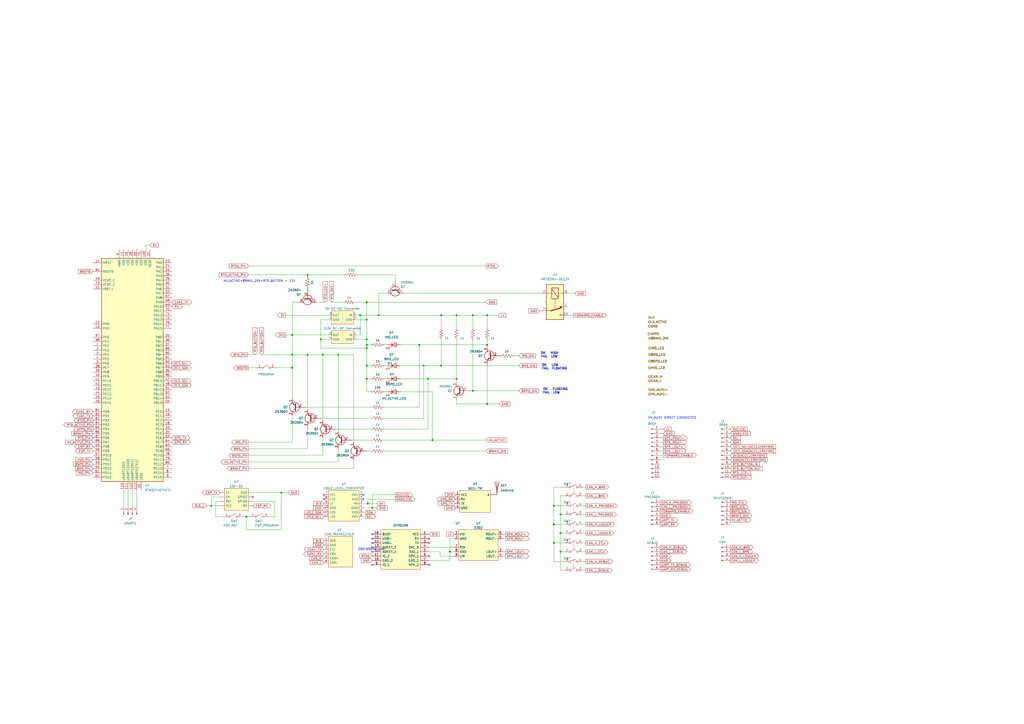
<source format=kicad_sch>
(kicad_sch (version 20211123) (generator eeschema)
  (paper "A2")
  (lib_symbols
    (symbol "A-FA_PARTS:CAN_TRANSCEIVER"
      (property "Reference" "U3" (at 0 1.27 0))
      (property "Value" "CAN_TRANSCEIVER" (at 0 -1.27 0))
      (symbol "CAN_TRANSCEIVER_1_1"
        (pin input line (at -8.89 -5.08 0) (length 2.54) (name "3V3") (number "1"))
        (pin input line (at -8.89 -7.62 0) (length 2.54) (name "GND") (number "2"))
        (pin input line (at -8.89 -10.16 0) (length 2.54) (name "CTX") (number "3"))
        (pin input line (at -8.89 -12.7 0) (length 2.54) (name "CRX") (number "4"))
        (pin input line (at -8.89 -15.24 0) (length 2.54) (name "CANH") (number "5"))
        (pin input line (at -8.89 -17.78 0) (length 2.54) (name "CANL") (number "6"))
      )
    )
    (symbol "A-FA_PARTS:D302"
      (property "Reference" "U9" (at 0 2.54 0))
      (property "Value" "D302" (at 0 0 0))
      (symbol "D302_1_1"
        (pin input line (at 13.97 -3.81 180) (length 2.54) (name "VIN") (number "1"))
        (pin input line (at 13.97 -6.35 180) (length 2.54) (name "GND") (number "2"))
        (pin input line (at -13.97 -13.97 0) (length 2.54) (name "LOUT+") (number "3"))
        (pin input line (at -13.97 -16.51 0) (length 2.54) (name "LOUT-") (number "4"))
        (pin input line (at -13.97 -6.35 0) (length 2.54) (name "ROUT-") (number "5"))
        (pin input line (at -13.97 -3.81 0) (length 2.54) (name "ROUT+") (number "6"))
        (pin input line (at 13.97 -11.43 180) (length 2.54) (name "RIN") (number "7"))
        (pin input line (at 13.97 -13.97 180) (length 2.54) (name "GND") (number "8"))
        (pin input line (at 13.97 -16.51 180) (length 2.54) (name "LIN") (number "9"))
      )
    )
    (symbol "A-FA_PARTS:DC-DC_Converter"
      (property "Reference" "U" (at 0 0 0))
      (property "Value" "DC-DC_Converter" (at 0 0 0))
      (symbol "DC-DC_Converter_1_1"
        (pin passive line (at 7.62 -5.08 180) (length 1.27) (name "IN") (number "1"))
        (pin passive line (at 7.62 -7.62 180) (length 1.27) (name "GND") (number "2"))
        (pin passive line (at -7.62 -5.08 0) (length 1.27) (name "OUT") (number "3"))
        (pin passive line (at -7.62 -7.62 0) (length 1.27) (name "GND") (number "4"))
      )
    )
    (symbol "A-FA_PARTS:ESP-01"
      (property "Reference" "U" (at 0 0 0))
      (property "Value" "ESP-01" (at 0 0 0))
      (symbol "ESP-01_1_1"
        (pin input line (at -11.43 -6.35 0) (length 2.54) (name "EN") (number ""))
        (pin input line (at 7.62 -3.81 180) (length 2.54) (name "GND") (number ""))
        (pin input line (at 7.62 -8.89 180) (length 2.54) (name "GPIO0") (number ""))
        (pin input line (at 7.62 -6.35 180) (length 2.54) (name "GPIO2") (number ""))
        (pin input line (at -11.43 -8.89 0) (length 2.54) (name "RST") (number ""))
        (pin input line (at 7.62 -11.43 180) (length 2.54) (name "RX") (number ""))
        (pin input line (at -11.43 -3.81 0) (length 2.54) (name "TX") (number ""))
        (pin input line (at -11.43 -11.43 0) (length 2.54) (name "VCC") (number ""))
      )
    )
    (symbol "A-FA_PARTS:LOGIC_LEVEL_CONVERTER"
      (property "Reference" "U6" (at 0 2.54 0))
      (property "Value" "LOGIC_LEVEL_CONVERTER" (at 0 0 0))
      (symbol "LOGIC_LEVEL_CONVERTER_1_1"
        (pin input line (at -11.43 -3.81 0) (length 2.54) (name "HV1") (number "1"))
        (pin input line (at 11.43 -11.43 180) (length 2.54) (name "GND") (number "10"))
        (pin input line (at 11.43 -13.97 180) (length 2.54) (name "LV3") (number "11"))
        (pin input line (at 11.43 -16.51 180) (length 2.54) (name "LV4") (number "12"))
        (pin input line (at -11.43 -6.35 0) (length 2.54) (name "HV2") (number "2"))
        (pin input line (at -11.43 -8.89 0) (length 2.54) (name "HV") (number "3"))
        (pin input line (at -11.43 -11.43 0) (length 2.54) (name "GND") (number "4"))
        (pin input line (at -11.43 -13.97 0) (length 2.54) (name "HV3") (number "5"))
        (pin input line (at -11.43 -16.51 0) (length 2.54) (name "HV4") (number "6"))
        (pin input line (at 11.43 -3.81 180) (length 2.54) (name "LV1") (number "7"))
        (pin input line (at 11.43 -6.35 180) (length 2.54) (name "LV2") (number "8"))
        (pin input line (at 11.43 -8.89 180) (length 2.54) (name "LV") (number "9"))
      )
    )
    (symbol "A-FA_PARTS:NEO-7M"
      (property "Reference" "U8" (at 0 2.6457 0))
      (property "Value" "NEO-7M" (at 0 -0.1294 0))
      (symbol "NEO-7M_1_1"
        (pin input line (at 11.43 -3.81 180) (length 2.54) (name "A") (number ""))
        (pin input line (at -11.43 -3.81 0) (length 2.54) (name "VCC") (number "1"))
        (pin input line (at -11.43 -6.35 0) (length 2.54) (name "RX") (number "2"))
        (pin input line (at -11.43 -8.89 0) (length 2.54) (name "TX") (number "3"))
        (pin input line (at -11.43 -11.43 0) (length 2.54) (name "GND") (number "4"))
      )
    )
    (symbol "Connector:Conn_01x04_Male" (pin_names (offset 1.016) hide)
      (property "Reference" "J" (at 0 5.08 0))
      (property "Value" "Conn_01x04_Male" (at 0 -7.62 0))
      (symbol "Conn_01x04_Male_1_1"
        (pin passive line (at 5.08 2.54 180) (length 3.81) (name "Pin_1") (number "1"))
        (pin passive line (at 5.08 0 180) (length 3.81) (name "Pin_2") (number "2"))
        (pin passive line (at 5.08 -2.54 180) (length 3.81) (name "Pin_3") (number "3"))
        (pin passive line (at 5.08 -5.08 180) (length 3.81) (name "Pin_4") (number "4"))
      )
    )
    (symbol "Connector:Conn_01x06_Male" (pin_names (offset 1.016) hide)
      (property "Reference" "J" (at 0 7.62 0))
      (property "Value" "Conn_01x06_Male" (at 0 -10.16 0))
      (symbol "Conn_01x06_Male_1_1"
        (pin passive line (at 5.08 5.08 180) (length 3.81) (name "Pin_1") (number "1"))
        (pin passive line (at 5.08 2.54 180) (length 3.81) (name "Pin_2") (number "2"))
        (pin passive line (at 5.08 0 180) (length 3.81) (name "Pin_3") (number "3"))
        (pin passive line (at 5.08 -2.54 180) (length 3.81) (name "Pin_4") (number "4"))
        (pin passive line (at 5.08 -5.08 180) (length 3.81) (name "Pin_5") (number "5"))
        (pin passive line (at 5.08 -7.62 180) (length 3.81) (name "Pin_6") (number "6"))
      )
    )
    (symbol "Connector:Conn_01x12_Male" (pin_names (offset 1.016) hide)
      (property "Reference" "J" (at 0 15.24 0))
      (property "Value" "Conn_01x12_Male" (at 0 -17.78 0))
      (symbol "Conn_01x12_Male_1_1"
        (pin passive line (at 5.08 12.7 180) (length 3.81) (name "Pin_1") (number "1"))
        (pin passive line (at 5.08 -10.16 180) (length 3.81) (name "Pin_10") (number "10"))
        (pin passive line (at 5.08 -12.7 180) (length 3.81) (name "Pin_11") (number "11"))
        (pin passive line (at 5.08 -15.24 180) (length 3.81) (name "Pin_12") (number "12"))
        (pin passive line (at 5.08 10.16 180) (length 3.81) (name "Pin_2") (number "2"))
        (pin passive line (at 5.08 7.62 180) (length 3.81) (name "Pin_3") (number "3"))
        (pin passive line (at 5.08 5.08 180) (length 3.81) (name "Pin_4") (number "4"))
        (pin passive line (at 5.08 2.54 180) (length 3.81) (name "Pin_5") (number "5"))
        (pin passive line (at 5.08 0 180) (length 3.81) (name "Pin_6") (number "6"))
        (pin passive line (at 5.08 -2.54 180) (length 3.81) (name "Pin_7") (number "7"))
        (pin passive line (at 5.08 -5.08 180) (length 3.81) (name "Pin_8") (number "8"))
        (pin passive line (at 5.08 -7.62 180) (length 3.81) (name "Pin_9") (number "9"))
      )
    )
    (symbol "DFR0299:DFR0299" (pin_names (offset 0.762))
      (property "Reference" "U7" (at -16.51 6.35 0))
      (property "Value" "DFR0299" (at -20.32 -25.4 0))
      (symbol "DFR0299_0_0"
        (pin power_in line (at 0 0 0) (length 5.08) (name "VCC") (number "1"))
        (pin power_in line (at 33.02 -15.24 180) (length 5.08) (name "GND_2") (number "10"))
        (pin input line (at 33.02 -12.7 180) (length 5.08) (name "IO_2") (number "11"))
        (pin input line (at 33.02 -10.16 180) (length 5.08) (name "ADKEY_1") (number "12"))
        (pin input line (at 33.02 -7.62 180) (length 5.08) (name "ADKEY_2") (number "13"))
        (pin bidirectional line (at 33.02 -5.08 180) (length 5.08) (name "USB+") (number "14"))
        (pin bidirectional line (at 33.02 -2.54 180) (length 5.08) (name "USB-") (number "15"))
        (pin output line (at 33.02 0 180) (length 5.08) (name "BUSY") (number "16"))
        (pin input line (at 0 -2.54 0) (length 5.08) (name "RX") (number "2"))
        (pin output line (at 0 -5.08 0) (length 5.08) (name "TX") (number "3"))
        (pin output line (at 0 -7.62 0) (length 5.08) (name "DAC_R") (number "4"))
        (pin output line (at 0 -10.16 0) (length 5.08) (name "DAC_L") (number "5"))
        (pin output line (at 0 -12.7 0) (length 5.08) (name "SPK_1") (number "6"))
        (pin power_in line (at 0 -15.24 0) (length 5.08) (name "GND_1") (number "7"))
        (pin output line (at 0 -17.78 0) (length 5.08) (name "SPK_2") (number "8"))
        (pin input line (at 33.02 -17.78 180) (length 5.08) (name "IO_1") (number "9"))
      )
    )
    (symbol "Device:Antenna" (pin_numbers hide) (pin_names (offset 1.016) hide)
      (property "Reference" "AE" (at -1.905 1.905 0))
      (property "Value" "Antenna" (at -1.905 0 0))
      (symbol "Antenna_1_1"
        (pin input line (at 0 -5.08 90) (length 2.54) (name "A") (number "1"))
      )
    )
    (symbol "Device:LED" (pin_numbers hide) (pin_names (offset 1.016) hide)
      (property "Reference" "D" (at 0 2.54 0))
      (property "Value" "LED" (at 0 -2.54 0))
      (symbol "LED_1_1"
        (pin passive line (at -3.81 0 0) (length 2.54) (name "K") (number "1"))
        (pin passive line (at 3.81 0 180) (length 2.54) (name "A") (number "2"))
      )
    )
    (symbol "Device:R_US" (pin_numbers hide) (pin_names (offset 0))
      (property "Reference" "R" (at 2.54 0 90))
      (property "Value" "R_US" (at -2.54 0 90))
      (symbol "R_US_1_1"
        (pin passive line (at 0 3.81 270) (length 1.27) (name "~") (number "1"))
        (pin passive line (at 0 -3.81 90) (length 1.27) (name "~") (number "2"))
      )
    )
    (symbol "MCU_ST_STM32F4:STM32F407VETx"
      (property "Reference" "U1" (at 7.0994 -68.1895 0))
      (property "Value" "STM32F407VETx" (at 7.0994 -70.9646 0))
      (symbol "STM32F407VETx_1_1"
        (pin bidirectional line (at -22.86 12.7 0) (length 5.08) (name "PE2") (number "1"))
        (pin power_in line (at 7.62 68.58 270) (length 5.08) (name "VDD") (number "100"))
        (pin power_in line (at -5.08 68.58 270) (length 5.08) (name "VDD") (number "11"))
        (pin power_in line (at -5.08 -71.12 90) (length 5.08) (name "USART1(5V)") (number "110"))
        (pin power_in line (at -2.54 -71.12 90) (length 5.08) (name "USART1(GND)") (number "111"))
        (pin power_in line (at 0 -71.12 90) (length 5.08) (name "USART1(RX1)") (number "112"))
        (pin power_in line (at 2.54 -71.12 90) (length 5.08) (name "USART1(TX1)") (number "113"))
        (pin input line (at -22.86 25.4 0) (length 5.08) (name "PH0") (number "12"))
        (pin input line (at -22.86 22.86 0) (length 5.08) (name "PH1") (number "13"))
        (pin input line (at -22.86 60.96 0) (length 5.08) (name "NRST") (number "14"))
        (pin bidirectional line (at 22.86 -25.4 180) (length 5.08) (name "PC0") (number "15"))
        (pin bidirectional line (at 22.86 -27.94 180) (length 5.08) (name "PC1") (number "16"))
        (pin bidirectional line (at 22.86 -30.48 180) (length 5.08) (name "PC2") (number "17"))
        (pin bidirectional line (at 22.86 -33.02 180) (length 5.08) (name "PC3") (number "18"))
        (pin power_in line (at -2.54 68.58 270) (length 5.08) (name "VDD") (number "19"))
        (pin bidirectional line (at -22.86 10.16 0) (length 5.08) (name "PE3") (number "2"))
        (pin power_in line (at 5.08 -71.12 90) (length 5.08) (name "VSSA") (number "20"))
        (pin power_in line (at -22.86 45.72 0) (length 5.08) (name "VREF+") (number "21"))
        (pin power_in line (at 10.16 68.58 270) (length 5.08) (name "VDDA") (number "22"))
        (pin bidirectional line (at 22.86 60.96 180) (length 5.08) (name "PA0") (number "23"))
        (pin bidirectional line (at 22.86 58.42 180) (length 5.08) (name "PA1") (number "24"))
        (pin bidirectional line (at 22.86 55.88 180) (length 5.08) (name "PA2") (number "25"))
        (pin bidirectional line (at 22.86 53.34 180) (length 5.08) (name "PA3") (number "26"))
        (pin power_in line (at 0 68.58 270) (length 5.08) (name "VDD") (number "28"))
        (pin bidirectional line (at 22.86 50.8 180) (length 5.08) (name "PA4") (number "29"))
        (pin bidirectional line (at -22.86 7.62 0) (length 5.08) (name "PE4") (number "3"))
        (pin bidirectional line (at 22.86 48.26 180) (length 5.08) (name "PA5") (number "30"))
        (pin bidirectional line (at 22.86 45.72 180) (length 5.08) (name "PA6") (number "31"))
        (pin bidirectional line (at 22.86 43.18 180) (length 5.08) (name "PA7") (number "32"))
        (pin bidirectional line (at 22.86 -35.56 180) (length 5.08) (name "PC4") (number "33"))
        (pin bidirectional line (at 22.86 -38.1 180) (length 5.08) (name "PC5") (number "34"))
        (pin bidirectional line (at 22.86 17.78 180) (length 5.08) (name "PB0") (number "35"))
        (pin bidirectional line (at 22.86 15.24 180) (length 5.08) (name "PB1") (number "36"))
        (pin bidirectional line (at 22.86 12.7 180) (length 5.08) (name "PB2") (number "37"))
        (pin bidirectional line (at -22.86 0 0) (length 5.08) (name "PE7") (number "38"))
        (pin bidirectional line (at -22.86 -2.54 0) (length 5.08) (name "PE8") (number "39"))
        (pin bidirectional line (at -22.86 5.08 0) (length 5.08) (name "PE5") (number "4"))
        (pin bidirectional line (at -22.86 -5.08 0) (length 5.08) (name "PE9") (number "40"))
        (pin bidirectional line (at -22.86 -7.62 0) (length 5.08) (name "PE10") (number "41"))
        (pin bidirectional line (at -22.86 -10.16 0) (length 5.08) (name "PE11") (number "42"))
        (pin bidirectional line (at -22.86 -12.7 0) (length 5.08) (name "PE12") (number "43"))
        (pin bidirectional line (at -22.86 -15.24 0) (length 5.08) (name "PE13") (number "44"))
        (pin bidirectional line (at -22.86 -17.78 0) (length 5.08) (name "PE14") (number "45"))
        (pin bidirectional line (at -22.86 -20.32 0) (length 5.08) (name "PE15") (number "46"))
        (pin bidirectional line (at 22.86 -7.62 180) (length 5.08) (name "PB10") (number "47"))
        (pin bidirectional line (at 22.86 -10.16 180) (length 5.08) (name "PB11") (number "48"))
        (pin power_in line (at -22.86 50.8 0) (length 5.08) (name "VCAP_1") (number "49"))
        (pin bidirectional line (at -22.86 2.54 0) (length 5.08) (name "PE6") (number "5"))
        (pin power_in line (at 2.54 68.58 270) (length 5.08) (name "VDD") (number "50"))
        (pin bidirectional line (at 22.86 -12.7 180) (length 5.08) (name "PB12") (number "51"))
        (pin bidirectional line (at 22.86 -15.24 180) (length 5.08) (name "PB13") (number "52"))
        (pin bidirectional line (at 22.86 -17.78 180) (length 5.08) (name "PB14") (number "53"))
        (pin bidirectional line (at 22.86 -20.32 180) (length 5.08) (name "PB15") (number "54"))
        (pin bidirectional line (at -22.86 -45.72 0) (length 5.08) (name "PD8") (number "55"))
        (pin bidirectional line (at -22.86 -48.26 0) (length 5.08) (name "PD9") (number "56"))
        (pin bidirectional line (at -22.86 -50.8 0) (length 5.08) (name "PD10") (number "57"))
        (pin bidirectional line (at -22.86 -53.34 0) (length 5.08) (name "PD11") (number "58"))
        (pin bidirectional line (at -22.86 -55.88 0) (length 5.08) (name "PD12") (number "59"))
        (pin power_in line (at -7.62 68.58 270) (length 5.08) (name "VBAT") (number "6"))
        (pin bidirectional line (at -22.86 -58.42 0) (length 5.08) (name "PD13") (number "60"))
        (pin bidirectional line (at -22.86 -60.96 0) (length 5.08) (name "PD14") (number "61"))
        (pin bidirectional line (at -22.86 -63.5 0) (length 5.08) (name "PD15") (number "62"))
        (pin bidirectional line (at 22.86 -40.64 180) (length 5.08) (name "PC6") (number "63"))
        (pin bidirectional line (at 22.86 -43.18 180) (length 5.08) (name "PC7") (number "64"))
        (pin bidirectional line (at 22.86 -45.72 180) (length 5.08) (name "PC8") (number "65"))
        (pin bidirectional line (at 22.86 -48.26 180) (length 5.08) (name "PC9") (number "66"))
        (pin bidirectional line (at 22.86 40.64 180) (length 5.08) (name "PA8") (number "67"))
        (pin bidirectional line (at 22.86 38.1 180) (length 5.08) (name "PA9") (number "68"))
        (pin bidirectional line (at 22.86 35.56 180) (length 5.08) (name "PA10") (number "69"))
        (pin bidirectional line (at 22.86 -58.42 180) (length 5.08) (name "PC13") (number "7"))
        (pin bidirectional line (at 22.86 33.02 180) (length 5.08) (name "PA11") (number "70"))
        (pin bidirectional line (at 22.86 30.48 180) (length 5.08) (name "PA12") (number "71"))
        (pin bidirectional line (at 22.86 27.94 180) (length 5.08) (name "PA13") (number "72"))
        (pin power_in line (at -22.86 48.26 0) (length 5.08) (name "VCAP_2") (number "73"))
        (pin power_in line (at 5.08 68.58 270) (length 5.08) (name "VDD") (number "75"))
        (pin bidirectional line (at 22.86 25.4 180) (length 5.08) (name "PA14") (number "76"))
        (pin bidirectional line (at 22.86 22.86 180) (length 5.08) (name "PA15") (number "77"))
        (pin bidirectional line (at 22.86 -50.8 180) (length 5.08) (name "PC10") (number "78"))
        (pin bidirectional line (at 22.86 -53.34 180) (length 5.08) (name "PC11") (number "79"))
        (pin bidirectional line (at 22.86 -60.96 180) (length 5.08) (name "PC14") (number "8"))
        (pin bidirectional line (at 22.86 -55.88 180) (length 5.08) (name "PC12") (number "80"))
        (pin bidirectional line (at -22.86 -25.4 0) (length 5.08) (name "PD0") (number "81"))
        (pin bidirectional line (at -22.86 -27.94 0) (length 5.08) (name "PD1") (number "82"))
        (pin bidirectional line (at -22.86 -30.48 0) (length 5.08) (name "PD2") (number "83"))
        (pin bidirectional line (at -22.86 -33.02 0) (length 5.08) (name "PD3") (number "84"))
        (pin bidirectional line (at -22.86 -35.56 0) (length 5.08) (name "PD4") (number "85"))
        (pin bidirectional line (at -22.86 -38.1 0) (length 5.08) (name "PD5") (number "86"))
        (pin bidirectional line (at -22.86 -40.64 0) (length 5.08) (name "PD6") (number "87"))
        (pin bidirectional line (at -22.86 -43.18 0) (length 5.08) (name "PD7") (number "88"))
        (pin bidirectional line (at 22.86 10.16 180) (length 5.08) (name "PB3") (number "89"))
        (pin bidirectional line (at 22.86 -63.5 180) (length 5.08) (name "PC15") (number "9"))
        (pin bidirectional line (at 22.86 7.62 180) (length 5.08) (name "PB4") (number "90"))
        (pin bidirectional line (at 22.86 5.08 180) (length 5.08) (name "PB5") (number "91"))
        (pin bidirectional line (at 22.86 2.54 180) (length 5.08) (name "PB6") (number "92"))
        (pin bidirectional line (at 22.86 0 180) (length 5.08) (name "PB7") (number "93"))
        (pin input line (at -22.86 55.88 0) (length 5.08) (name "BOOT0") (number "94"))
        (pin bidirectional line (at 22.86 -2.54 180) (length 5.08) (name "PB8") (number "95"))
        (pin bidirectional line (at 22.86 -5.08 180) (length 5.08) (name "PB9") (number "96"))
        (pin bidirectional line (at -22.86 17.78 0) (length 5.08) (name "PE0") (number "97"))
        (pin bidirectional line (at -22.86 15.24 0) (length 5.08) (name "PE1") (number "98"))
      )
    )
    (symbol "Relay:DIPxx-1Cxx-51x"
      (property "Reference" "K" (at 11.43 3.81 0))
      (property "Value" "DIPxx-1Cxx-51x" (at 11.43 1.27 0))
      (symbol "DIPxx-1Cxx-51x_1_1"
        (pin passive line (at 2.54 7.62 270) (length 2.54) (name "~") (number "1"))
        (pin passive line (at 7.62 7.62 270) (length 2.54) (name "~") (number "14"))
        (pin passive line (at -5.08 -7.62 90) (length 2.54) (name "~") (number "2"))
        (pin passive line (at -5.08 7.62 270) (length 2.54) (name "~") (number "6"))
        (pin passive line (at 5.08 -7.62 90) (length 2.54) (name "~") (number "7"))
        (pin passive line (at 5.08 -7.62 90) (length 2.54) hide (name "~") (number "8"))
      )
    )
    (symbol "Switch:SW_DPST" (pin_names (offset 0) hide)
      (property "Reference" "SW" (at 0 5.08 0))
      (property "Value" "SW_DPST" (at 0 -5.08 0))
      (symbol "SW_DPST_1_1"
        (pin passive line (at -5.08 -2.54 0) (length 2.54) (name "1") (number "1"))
        (pin passive line (at 5.08 -2.54 180) (length 2.54) (name "2") (number "2"))
        (pin passive line (at -5.08 2.54 0) (length 2.54) (name "3") (number "3"))
        (pin passive line (at 5.08 2.54 180) (length 2.54) (name "4") (number "4"))
      )
    )
    (symbol "Switch:SW_SPST" (pin_names (offset 0) hide)
      (property "Reference" "SW" (at 0 3.175 0))
      (property "Value" "SW_SPST" (at 0 -2.54 0))
      (symbol "SW_SPST_1_1"
        (pin passive line (at -5.08 0 0) (length 2.54) (name "A") (number "1"))
        (pin passive line (at 5.08 0 180) (length 2.54) (name "B") (number "2"))
      )
    )
    (symbol "Transistor_BJT:2N3904" (pin_names (offset 0) hide)
      (property "Reference" "Q" (at 5.08 1.905 0))
      (property "Value" "2N3904" (at 5.08 0 0))
      (symbol "2N3904_1_1"
        (pin passive line (at 2.54 -5.08 90) (length 2.54) (name "E") (number "1"))
        (pin passive line (at -5.08 0 0) (length 5.715) (name "B") (number "2"))
        (pin passive line (at 2.54 5.08 270) (length 2.54) (name "C") (number "3"))
      )
    )
  )
  (junction (at 163.195 285.75))
  (junction (at 243.205 200.025))
  (junction (at 219.71 182.88))
  (junction (at 186.055 196.85))
  (junction (at 264.795 219.71))
  (junction (at 212.725 201.93))
  (junction (at 264.795 182.88))
  (junction (at 178.435 159.385))
  (junction (at 208.915 182.88))
  (junction (at 321.31 314.96))
  (junction (at 142.875 299.72))
  (junction (at 282.575 200.025))
  (junction (at 325.12 309.245))
  (junction (at 215.9 294.64))
  (junction (at 187.325 205.74))
  (junction (at 212.725 185.42))
  (junction (at 255.905 182.88))
  (junction (at 248.285 219.71))
  (junction (at 274.32 226.695))
  (junction (at 169.545 205.74))
  (junction (at 325.12 298.45))
  (junction (at 325.12 320.04))
  (junction (at 212.725 175.26))
  (junction (at 250.825 255.27))
  (junction (at 212.725 212.09))
  (junction (at 321.31 293.37))
  (junction (at 321.31 304.165))
  (junction (at 274.32 182.88))
  (junction (at 245.745 212.09))
  (junction (at 196.215 205.74))
  (junction (at 255.905 212.09))
  (junction (at 213.36 292.1))
  (junction (at 212.725 219.71))
  (junction (at 212.725 200.025))
  (junction (at 212.725 196.85))
  (junction (at 282.575 234.315))
  (junction (at 178.435 205.74))
  (junction (at 260.985 320.04))
  (junction (at 122.555 293.37))
  (junction (at 169.545 194.31))
  (junction (at 282.575 182.88))
  (junction (at 169.545 213.36))
  (no_connect (at 210.82 287.02))
  (no_connect (at 215.9 314.96))
  (no_connect (at 248.92 314.96))
  (no_connect (at 248.92 327.66))
  (no_connect (at 215.9 320.04))
  (no_connect (at 146.685 288.29))
  (no_connect (at 248.92 322.58))
  (no_connect (at 187.96 289.56))
  (no_connect (at 215.9 312.42))
  (no_connect (at 187.96 287.02))
  (no_connect (at 248.92 312.42))
  (no_connect (at 215.9 317.5))
  (no_connect (at 210.82 289.56))
  (no_connect (at 215.9 309.88))
  (no_connect (at 215.9 327.66))
  (wire (pts (xy 205.105 205.74) (xy 196.215 205.74)))
  (wire (pts (xy 255.905 197.485) (xy 255.905 212.09)))
  (wire (pts (xy 169.545 205.74) (xy 169.545 213.36)))
  (wire (pts (xy 384.81 264.16) (xy 382.905 264.16)))
  (wire (pts (xy 205.105 266.7) (xy 205.105 271.78)))
  (wire (pts (xy 222.885 227.33) (xy 224.79 227.33)))
  (wire (pts (xy 146.685 290.83) (xy 159.385 290.83)))
  (wire (pts (xy 250.825 255.27) (xy 281.94 255.27)))
  (wire (pts (xy 337.82 282.575) (xy 339.725 282.575)))
  (wire (pts (xy 282.575 197.485) (xy 282.575 200.025)))
  (wire (pts (xy 213.36 292.1) (xy 218.44 292.1)))
  (wire (pts (xy 219.71 182.88) (xy 255.905 182.88)))
  (wire (pts (xy 272.415 226.695) (xy 274.32 226.695)))
  (wire (pts (xy 178.435 247.65) (xy 178.435 260.35)))
  (wire (pts (xy 205.105 205.74) (xy 205.105 256.54)))
  (wire (pts (xy 321.31 293.37) (xy 327.66 293.37)))
  (wire (pts (xy 187.325 264.16) (xy 144.145 264.16)))
  (wire (pts (xy 212.725 219.71) (xy 212.725 227.33)))
  (wire (pts (xy 263.525 320.04) (xy 260.985 320.04)))
  (wire (pts (xy 337.82 309.245) (xy 339.725 309.245)))
  (wire (pts (xy 213.36 289.56) (xy 213.36 292.1)))
  (wire (pts (xy 206.375 196.85) (xy 212.725 196.85)))
  (wire (pts (xy 215.9 294.64) (xy 215.9 287.02)))
  (wire (pts (xy 125.095 290.83) (xy 125.095 299.72)))
  (wire (pts (xy 313.055 180.34) (xy 314.325 180.34)))
  (wire (pts (xy 327.66 282.575) (xy 321.31 282.575)))
  (wire (pts (xy 337.82 314.96) (xy 339.725 314.96)))
  (wire (pts (xy 144.145 213.36) (xy 149.225 213.36)))
  (wire (pts (xy 212.725 175.26) (xy 281.94 175.26)))
  (wire (pts (xy 212.725 200.025) (xy 212.725 201.93)))
  (wire (pts (xy 232.41 227.33) (xy 250.825 227.33)))
  (wire (pts (xy 332.74 182.88) (xy 329.565 182.88)))
  (wire (pts (xy 293.37 312.42) (xy 291.465 312.42)))
  (wire (pts (xy 177.165 236.22) (xy 215.265 236.22)))
  (wire (pts (xy 187.325 205.74) (xy 178.435 205.74)))
  (wire (pts (xy 291.465 322.58) (xy 293.37 322.58)))
  (wire (pts (xy 196.215 205.74) (xy 187.325 205.74)))
  (wire (pts (xy 169.545 241.3) (xy 169.545 256.54)))
  (wire (pts (xy 146.685 285.75) (xy 163.195 285.75)))
  (wire (pts (xy 274.32 182.88) (xy 282.575 182.88)))
  (wire (pts (xy 287.02 287.02) (xy 288.29 287.02)))
  (wire (pts (xy 255.27 322.58) (xy 255.27 320.04)))
  (wire (pts (xy 159.385 213.36) (xy 169.545 213.36)))
  (wire (pts (xy 215.265 261.62) (xy 212.725 261.62)))
  (wire (pts (xy 282.575 211.455) (xy 282.575 234.315)))
  (wire (pts (xy 384.81 251.46) (xy 382.905 251.46)))
  (wire (pts (xy 192.405 175.26) (xy 198.755 175.26)))
  (wire (pts (xy 186.055 185.42) (xy 186.055 196.85)))
  (wire (pts (xy 255.905 212.09) (xy 300.99 212.09)))
  (wire (pts (xy 212.725 175.26) (xy 206.375 175.26)))
  (wire (pts (xy 325.12 320.04) (xy 327.66 320.04)))
  (wire (pts (xy 212.725 200.025) (xy 215.265 200.025)))
  (wire (pts (xy 232.41 219.71) (xy 248.285 219.71)))
  (wire (pts (xy 212.09 299.72) (xy 210.82 299.72)))
  (wire (pts (xy 142.875 307.34) (xy 163.195 307.34)))
  (wire (pts (xy 325.12 298.45) (xy 327.66 298.45)))
  (wire (pts (xy 215.265 227.33) (xy 212.725 227.33)))
  (wire (pts (xy 122.555 293.37) (xy 127.635 293.37)))
  (wire (pts (xy 245.745 212.09) (xy 255.905 212.09)))
  (wire (pts (xy 186.055 242.57) (xy 215.265 242.57)))
  (wire (pts (xy 321.31 304.165) (xy 321.31 314.96)))
  (wire (pts (xy 222.885 212.09) (xy 224.79 212.09)))
  (wire (pts (xy 327.66 325.755) (xy 321.31 325.755)))
  (wire (pts (xy 234.315 170.18) (xy 314.325 170.18)))
  (wire (pts (xy 169.545 175.26) (xy 173.355 175.26)))
  (wire (pts (xy 207.645 159.385) (xy 229.235 159.385)))
  (wire (pts (xy 255.905 182.88) (xy 264.795 182.88)))
  (wire (pts (xy 196.215 260.35) (xy 196.215 267.97)))
  (wire (pts (xy 384.81 261.62) (xy 382.905 261.62)))
  (wire (pts (xy 169.545 175.26) (xy 169.545 194.31)))
  (wire (pts (xy 71.755 293.37) (xy 71.755 284.48)))
  (wire (pts (xy 206.375 185.42) (xy 212.725 185.42)))
  (wire (pts (xy 215.9 294.64) (xy 218.44 294.64)))
  (wire (pts (xy 79.375 293.37) (xy 79.375 284.48)))
  (wire (pts (xy 297.815 206.375) (xy 300.99 206.375)))
  (wire (pts (xy 127.635 290.83) (xy 125.095 290.83)))
  (wire (pts (xy 255.905 189.865) (xy 255.905 182.88)))
  (wire (pts (xy 125.095 299.72) (xy 130.175 299.72)))
  (wire (pts (xy 274.32 189.865) (xy 274.32 182.88)))
  (wire (pts (xy 384.81 254) (xy 382.905 254)))
  (wire (pts (xy 337.82 325.755) (xy 339.725 325.755)))
  (wire (pts (xy 325.12 320.04) (xy 325.12 330.835)))
  (wire (pts (xy 384.81 259.08) (xy 382.905 259.08)))
  (wire (pts (xy 159.385 299.72) (xy 155.575 299.72)))
  (wire (pts (xy 245.745 212.09) (xy 245.745 242.57)))
  (wire (pts (xy 325.12 309.245) (xy 327.66 309.245)))
  (wire (pts (xy 144.145 271.78) (xy 205.105 271.78)))
  (wire (pts (xy 222.885 200.025) (xy 224.79 200.025)))
  (wire (pts (xy 143.51 205.74) (xy 147.955 205.74)))
  (wire (pts (xy 203.835 255.27) (xy 215.265 255.27)))
  (wire (pts (xy 196.215 267.97) (xy 144.145 267.97)))
  (wire (pts (xy 187.325 205.74) (xy 187.325 243.84)))
  (wire (pts (xy 142.875 299.72) (xy 145.415 299.72)))
  (wire (pts (xy 212.09 297.18) (xy 210.82 297.18)))
  (wire (pts (xy 222.885 219.71) (xy 224.79 219.71)))
  (wire (pts (xy 264.795 182.88) (xy 274.32 182.88)))
  (wire (pts (xy 224.155 170.18) (xy 219.71 170.18)))
  (wire (pts (xy 264.795 197.485) (xy 264.795 219.71)))
  (wire (pts (xy 183.515 175.26) (xy 188.595 175.26)))
  (wire (pts (xy 212.725 212.09) (xy 212.725 219.71)))
  (wire (pts (xy 178.435 159.385) (xy 178.435 160.02)))
  (wire (pts (xy 210.82 292.1) (xy 213.36 292.1)))
  (wire (pts (xy 212.725 212.09) (xy 215.265 212.09)))
  (wire (pts (xy 337.82 304.165) (xy 339.725 304.165)))
  (wire (pts (xy 243.205 236.22) (xy 222.885 236.22)))
  (wire (pts (xy 151.765 205.74) (xy 169.545 205.74)))
  (wire (pts (xy 263.525 322.58) (xy 255.27 322.58)))
  (wire (pts (xy 282.575 189.865) (xy 282.575 182.88)))
  (wire (pts (xy 384.81 256.54) (xy 382.905 256.54)))
  (wire (pts (xy 327.66 314.96) (xy 321.31 314.96)))
  (wire (pts (xy 212.725 175.26) (xy 212.725 185.42)))
  (wire (pts (xy 232.41 212.09) (xy 245.745 212.09)))
  (wire (pts (xy 186.055 196.85) (xy 186.055 201.93)))
  (wire (pts (xy 169.545 213.36) (xy 169.545 231.14)))
  (wire (pts (xy 260.985 312.42) (xy 260.985 320.04)))
  (wire (pts (xy 293.37 309.88) (xy 291.465 309.88)))
  (wire (pts (xy 337.82 293.37) (xy 339.725 293.37)))
  (wire (pts (xy 84.455 142.24) (xy 84.455 144.78)))
  (wire (pts (xy 86.995 142.24) (xy 84.455 142.24)))
  (wire (pts (xy 140.335 299.72) (xy 142.875 299.72)))
  (wire (pts (xy 165.735 182.88) (xy 191.135 182.88)))
  (wire (pts (xy 169.545 256.54) (xy 144.145 256.54)))
  (wire (pts (xy 274.32 226.695) (xy 300.99 226.695)))
  (wire (pts (xy 325.12 309.245) (xy 325.12 320.04)))
  (wire (pts (xy 222.885 261.62) (xy 281.94 261.62)))
  (wire (pts (xy 337.82 287.655) (xy 339.725 287.655)))
  (wire (pts (xy 187.325 254) (xy 187.325 264.16)))
  (wire (pts (xy 321.31 293.37) (xy 321.31 304.165)))
  (wire (pts (xy 282.575 182.88) (xy 288.925 182.88)))
  (wire (pts (xy 208.915 194.31) (xy 206.375 194.31)))
  (wire (pts (xy 263.525 317.5) (xy 248.92 317.5)))
  (wire (pts (xy 289.56 234.315) (xy 282.575 234.315)))
  (wire (pts (xy 212.725 201.93) (xy 212.725 212.09)))
  (wire (pts (xy 291.465 320.04) (xy 293.37 320.04)))
  (wire (pts (xy 229.235 159.385) (xy 229.235 162.56)))
  (wire (pts (xy 76.835 293.37) (xy 76.835 284.48)))
  (wire (pts (xy 208.915 182.88) (xy 208.915 194.31)))
  (wire (pts (xy 212.725 219.71) (xy 215.265 219.71)))
  (wire (pts (xy 245.745 242.57) (xy 222.885 242.57)))
  (wire (pts (xy 264.795 234.315) (xy 282.575 234.315)))
  (wire (pts (xy 248.285 219.71) (xy 248.285 248.92)))
  (wire (pts (xy 250.825 227.33) (xy 250.825 255.27)))
  (wire (pts (xy 74.295 293.37) (xy 74.295 284.48)))
  (wire (pts (xy 191.135 185.42) (xy 186.055 185.42)))
  (wire (pts (xy 327.66 287.655) (xy 325.12 287.655)))
  (wire (pts (xy 169.545 194.31) (xy 169.545 205.74)))
  (wire (pts (xy 325.12 298.45) (xy 325.12 309.245)))
  (wire (pts (xy 178.435 159.385) (xy 200.025 159.385)))
  (wire (pts (xy 274.32 197.485) (xy 274.32 226.695)))
  (wire (pts (xy 163.195 285.75) (xy 167.005 285.75)))
  (wire (pts (xy 206.375 182.88) (xy 208.915 182.88)))
  (wire (pts (xy 321.31 314.96) (xy 321.31 325.755)))
  (wire (pts (xy 337.82 298.45) (xy 339.725 298.45)))
  (wire (pts (xy 144.145 154.305) (xy 281.94 154.305)))
  (wire (pts (xy 212.725 196.85) (xy 212.725 200.025)))
  (wire (pts (xy 178.435 205.74) (xy 178.435 237.49)))
  (wire (pts (xy 325.12 287.655) (xy 325.12 298.45)))
  (wire (pts (xy 159.385 290.83) (xy 159.385 299.72)))
  (wire (pts (xy 122.555 288.29) (xy 127.635 288.29)))
  (wire (pts (xy 325.12 330.835) (xy 327.66 330.835)))
  (wire (pts (xy 282.575 201.295) (xy 282.575 200.025)))
  (wire (pts (xy 144.145 260.35) (xy 178.435 260.35)))
  (wire (pts (xy 248.285 248.92) (xy 222.885 248.92)))
  (wire (pts (xy 212.725 185.42) (xy 212.725 196.85)))
  (wire (pts (xy 210.82 294.64) (xy 215.9 294.64)))
  (wire (pts (xy 120.015 293.37) (xy 122.555 293.37)))
  (wire (pts (xy 186.055 196.85) (xy 191.135 196.85)))
  (wire (pts (xy 260.985 325.12) (xy 248.92 325.12)))
  (wire (pts (xy 384.81 248.92) (xy 382.905 248.92)))
  (wire (pts (xy 263.525 312.42) (xy 260.985 312.42)))
  (wire (pts (xy 337.82 320.04) (xy 339.725 320.04)))
  (wire (pts (xy 213.36 289.56) (xy 229.235 289.56)))
  (wire (pts (xy 264.795 219.71) (xy 264.795 221.615)))
  (wire (pts (xy 248.285 219.71) (xy 264.795 219.71)))
  (wire (pts (xy 194.945 248.92) (xy 215.265 248.92)))
  (wire (pts (xy 144.145 159.385) (xy 178.435 159.385)))
  (wire (pts (xy 333.375 170.18) (xy 329.565 170.18)))
  (wire (pts (xy 208.915 182.88) (xy 219.71 182.88)))
  (wire (pts (xy 264.795 189.865) (xy 264.795 182.88)))
  (wire (pts (xy 186.055 201.93) (xy 212.725 201.93)))
  (wire (pts (xy 327.66 304.165) (xy 321.31 304.165)))
  (wire (pts (xy 243.205 200.025) (xy 282.575 200.025)))
  (wire (pts (xy 196.215 205.74) (xy 196.215 250.19)))
  (wire (pts (xy 163.195 307.34) (xy 163.195 285.75)))
  (wire (pts (xy 243.205 200.025) (xy 243.205 236.22)))
  (wire (pts (xy 219.71 170.18) (xy 219.71 182.88)))
  (wire (pts (xy 142.875 299.72) (xy 142.875 307.34)))
  (wire (pts (xy 255.27 320.04) (xy 248.92 320.04)))
  (wire (pts (xy 165.735 194.31) (xy 169.545 194.31)))
  (wire (pts (xy 337.82 330.835) (xy 339.725 330.835)))
  (wire (pts (xy 122.555 293.37) (xy 122.555 288.29)))
  (wire (pts (xy 264.795 231.775) (xy 264.795 234.315)))
  (wire (pts (xy 232.41 200.025) (xy 243.205 200.025)))
  (wire (pts (xy 169.545 205.74) (xy 178.435 205.74)))
  (wire (pts (xy 260.985 320.04) (xy 260.985 325.12)))
  (wire (pts (xy 250.825 255.27) (xy 222.885 255.27)))
  (wire (pts (xy 321.31 282.575) (xy 321.31 293.37)))
  (wire (pts (xy 169.545 194.31) (xy 191.135 194.31)))
  (wire (pts (xy 215.9 287.02) (xy 229.235 287.02)))
  (text "200~500ms gnd" (at 207.645 319.405 0) (effects (font (size 1.27 1.27)) (justify left bottom)))
  (text "HV_AUX1 DIRECT CONNECTED \n" (at 375.92 243.205 0) (effects (font (size 1.27 1.27)) (justify left bottom)))
  (text "OK   FLOATING\nFAIL  LOW" (at 314.96 228.6 0) (effects (font (size 1.27 1.27) (thickness 0.254) bold) (justify left bottom)))
  (text "OK   LOW\nFAIL  FLOATING" (at 314.325 214.63 0) (effects (font (size 1.27 1.27) (thickness 0.254) bold) (justify left bottom)))
  (text "HV_ACTIVE+BRAKE_DIN+RTD_BUTTON = 12V" (at 129.54 163.83 0) (effects (font (size 1.27 1.27)) (justify left bottom)))
  (text "OK   HIGH\nFAIL  LOW" (at 313.69 207.645 0) (effects (font (size 1.27 1.27) (thickness 0.254) bold) (justify left bottom)))
  (global_label "GND" (shape output) (at 382.905 322.58 0) (property "Intersheet References" "${INTERSHEET_REFS}" (effects hide)))
  (global_label "UART_RX" (shape output) (at 382.905 304.165 0) (property "Intersheet References" "${INTERSHEET_REFS}" (effects hide)))
  (global_label "CAN_L_DEBUG" (shape output) (at 382.905 320.04 0) (property "Intersheet References" "${INTERSHEET_REFS}" (effects hide)))
  (global_label "SPK_ROUT-" (shape output) (at 293.37 312.42 0) (property "Intersheet References" "${INTERSHEET_REFS}" (effects hide)))
  (global_label "GND" (shape input) (at 289.56 234.315 0) (property "Intersheet References" "${INTERSHEET_REFS}" (effects hide)))
  (global_label "3V3" (shape input) (at 248.92 309.88 0) (property "Intersheet References" "${INTERSHEET_REFS}" (effects hide)))
  (global_label "SDA" (shape output) (at 212.09 297.18 0) (property "Intersheet References" "${INTERSHEET_REFS}" (effects hide)))
  (global_label "RTD_BUTTON_IN" (shape input) (at 423.545 269.24 0) (property "Intersheet References" "${INTERSHEET_REFS}" (effects hide)))
  (global_label "GPS_RX" (shape bidirectional) (at 99.695 256.54 0) (property "Intersheet References" "${INTERSHEET_REFS}" (effects hide)))
  (global_label "GND" (shape input) (at 384.81 251.46 0) (property "Intersheet References" "${INTERSHEET_REFS}" (effects hide)))
  (global_label "GND" (shape input) (at 218.44 294.64 0) (property "Intersheet References" "${INTERSHEET_REFS}" (effects hide)))
  (global_label "UART_TX" (shape output) (at 382.905 301.625 0) (property "Intersheet References" "${INTERSHEET_REFS}" (effects hide)))
  (global_label "GND" (shape input) (at 281.94 175.26 0) (property "Intersheet References" "${INTERSHEET_REFS}" (effects hide)))
  (global_label "BRAKE_DIN" (shape input) (at 281.94 261.62 0) (property "Intersheet References" "${INTERSHEET_REFS}" (effects hide)))
  (global_label "RTD_BUTTON_OUT" (shape input) (at 423.545 271.78 0) (property "Intersheet References" "${INTERSHEET_REFS}" (effects hide)))
  (global_label "GND(LCD)" (shape input) (at 423.545 251.46 0) (property "Intersheet References" "${INTERSHEET_REFS}" (effects hide)))
  (global_label "RTDS" (shape input) (at 215.9 322.58 180) (property "Intersheet References" "${INTERSHEET_REFS}" (effects hide)))
  (global_label "BRAKE_Pin" (shape input) (at 53.975 251.46 180) (property "Intersheet References" "${INTERSHEET_REFS}" (effects hide)))
  (global_label "GND" (shape input) (at 313.055 180.34 180) (property "Intersheet References" "${INTERSHEET_REFS}" (effects hide)))
  (global_label "BSPD_SIG" (shape input) (at 300.99 226.695 0) (property "Intersheet References" "${INTERSHEET_REFS}" (effects hide)))
  (global_label "RTD_OUT-" (shape input) (at 192.405 175.26 90) (property "Intersheet References" "${INTERSHEET_REFS}" (effects hide)))
  (global_label "RTD_BUTTON-" (shape input) (at 147.955 205.74 90) (property "Intersheet References" "${INTERSHEET_REFS}" (effects hide)))
  (global_label "RTDS_Pin" (shape input) (at 144.145 154.305 180) (property "Intersheet References" "${INTERSHEET_REFS}" (effects hide)))
  (global_label "I2C1_SCL(ACCELERATION)" (shape input) (at 423.545 259.08 0) (property "Intersheet References" "${INTERSHEET_REFS}" (effects hide)))
  (global_label "CAN_H_BMS" (shape output) (at 339.725 282.575 0) (property "Intersheet References" "${INTERSHEET_REFS}" (effects hide)))
  (global_label "BRAKE_DIN" (shape output) (at 423.545 299.085 0) (property "Intersheet References" "${INTERSHEET_REFS}" (effects hide)))
  (global_label "3V3(ACCELERATION)" (shape input) (at 423.545 264.16 0) (property "Intersheet References" "${INTERSHEET_REFS}" (effects hide)))
  (global_label "GND(LCD)" (shape output) (at 229.235 289.56 0) (property "Intersheet References" "${INTERSHEET_REFS}" (effects hide)))
  (global_label "RTD_ACTIVE_Pin" (shape output) (at 53.975 246.38 180) (property "Intersheet References" "${INTERSHEET_REFS}" (effects hide)))
  (global_label "CAN_L_LOGGER" (shape output) (at 423.545 325.12 0) (property "Intersheet References" "${INTERSHEET_REFS}" (effects hide)))
  (global_label "BRAKE_Pin" (shape output) (at 144.145 271.78 180) (property "Intersheet References" "${INTERSHEET_REFS}" (effects hide)))
  (global_label "SPK_ROUT+" (shape output) (at 293.37 309.88 0) (property "Intersheet References" "${INTERSHEET_REFS}" (effects hide)))
  (global_label "CAN_H" (shape input) (at 187.96 323.85 180) (property "Intersheet References" "${INTERSHEET_REFS}" (effects hide)))
  (global_label "I2C1_SDA(ACCELERATION)" (shape input) (at 423.545 261.62 0) (property "Intersheet References" "${INTERSHEET_REFS}" (effects hide)))
  (global_label "GND" (shape input) (at 167.005 285.75 0) (property "Intersheet References" "${INTERSHEET_REFS}" (effects hide)))
  (global_label "GPS_TX" (shape bidirectional) (at 264.16 292.1 180) (property "Intersheet References" "${INTERSHEET_REFS}" (effects hide)))
  (global_label "GND" (shape input) (at 264.16 294.64 180) (property "Intersheet References" "${INTERSHEET_REFS}" (effects hide)))
  (global_label "ESP_TX" (shape bidirectional) (at 127.635 285.75 180) (property "Intersheet References" "${INTERSHEET_REFS}" (effects hide)))
  (global_label "SDA" (shape input) (at 423.545 256.54 0) (property "Intersheet References" "${INTERSHEET_REFS}" (effects hide)))
  (global_label "3V3" (shape input) (at 264.16 287.02 180) (property "Intersheet References" "${INTERSHEET_REFS}" (effects hide)))
  (global_label "BMS_SIG" (shape output) (at 423.545 294.005 0) (property "Intersheet References" "${INTERSHEET_REFS}" (effects hide)))
  (global_label "CAN_L_PM100DX" (shape output) (at 382.905 294.005 0) (property "Intersheet References" "${INTERSHEET_REFS}" (effects hide)))
  (global_label "UART_RX_DEBUG" (shape output) (at 382.905 330.2 0) (property "Intersheet References" "${INTERSHEET_REFS}" (effects hide)))
  (global_label "HV_ACTIVE_Pin" (shape output) (at 144.145 267.97 180) (property "Intersheet References" "${INTERSHEET_REFS}" (effects hide)))
  (global_label "SPK_ROUT-" (shape output) (at 384.81 256.54 0) (property "Intersheet References" "${INTERSHEET_REFS}" (effects hide)))
  (global_label "CAN1_TX" (shape bidirectional) (at 53.975 241.3 180) (property "Intersheet References" "${INTERSHEET_REFS}" (effects hide)))
  (global_label "APPS_Pin" (shape output) (at 53.975 248.92 180) (property "Intersheet References" "${INTERSHEET_REFS}" (effects hide)))
  (global_label "BMS_Pin" (shape input) (at 53.975 271.78 180) (property "Intersheet References" "${INTERSHEET_REFS}" (effects hide)))
  (global_label "HV_ACTIVE" (shape output) (at 423.545 301.625 0) (property "Intersheet References" "${INTERSHEET_REFS}" (effects hide)))
  (global_label "GPS_TX" (shape bidirectional) (at 99.695 254 0) (property "Intersheet References" "${INTERSHEET_REFS}" (effects hide)))
  (global_label "BSPD_SIG" (shape output) (at 423.545 296.545 0) (property "Intersheet References" "${INTERSHEET_REFS}" (effects hide)))
  (global_label "BSPD_Pin" (shape output) (at 144.145 264.16 180) (property "Intersheet References" "${INTERSHEET_REFS}" (effects hide)))
  (global_label "SPK_LOUT-" (shape output) (at 293.37 322.58 0) (property "Intersheet References" "${INTERSHEET_REFS}" (effects hide)))
  (global_label "RTD_LED+" (shape input) (at 423.545 274.32 0) (property "Intersheet References" "${INTERSHEET_REFS}" (effects hide)))
  (global_label "GND(ACCELERATION)" (shape input) (at 423.545 266.7 0) (property "Intersheet References" "${INTERSHEET_REFS}" (effects hide)))
  (global_label "GND" (shape output) (at 382.905 325.12 0) (property "Intersheet References" "${INTERSHEET_REFS}" (effects hide)))
  (global_label "SCL" (shape output) (at 212.09 299.72 0) (property "Intersheet References" "${INTERSHEET_REFS}" (effects hide)))
  (global_label "3V3" (shape input) (at 187.96 292.1 180) (property "Intersheet References" "${INTERSHEET_REFS}" (effects hide)))
  (global_label "CAN1_RX" (shape bidirectional) (at 187.96 321.31 180) (property "Intersheet References" "${INTERSHEET_REFS}" (effects hide)))
  (global_label "LV" (shape input) (at 288.925 182.88 0) (property "Intersheet References" "${INTERSHEET_REFS}" (effects hide)))
  (global_label "IMD_SIG" (shape input) (at 300.99 206.375 0) (property "Intersheet References" "${INTERSHEET_REFS}" (effects hide)))
  (global_label "FORWARD_ENABLE" (shape output) (at 332.74 182.88 0) (property "Intersheet References" "${INTERSHEET_REFS}" (effects hide)))
  (global_label "RTD_LED+" (shape input) (at 188.595 175.26 90) (property "Intersheet References" "${INTERSHEET_REFS}" (effects hide)))
  (global_label "CAN_H_BMS" (shape output) (at 423.545 317.5 0) (property "Intersheet References" "${INTERSHEET_REFS}" (effects hide)))
  (global_label "CAN_H_LOGGER" (shape output) (at 423.545 322.58 0) (property "Intersheet References" "${INTERSHEET_REFS}" (effects hide)))
  (global_label "ESP_RX" (shape bidirectional) (at 146.685 293.37 0) (property "Intersheet References" "${INTERSHEET_REFS}" (effects hide)))
  (global_label "RTDS" (shape output) (at 281.94 154.305 0) (property "Intersheet References" "${INTERSHEET_REFS}" (effects hide)))
  (global_label "IMD_Pin" (shape output) (at 144.145 256.54 180) (property "Intersheet References" "${INTERSHEET_REFS}" (effects hide)))
  (global_label "GND" (shape input) (at 187.96 294.64 180) (property "Intersheet References" "${INTERSHEET_REFS}" (effects hide)))
  (global_label "HVD_Pin" (shape input) (at 53.975 266.7 180) (property "Intersheet References" "${INTERSHEET_REFS}" (effects hide)))
  (global_label "I2C1_SCL" (shape output) (at 99.695 210.82 0) (property "Intersheet References" "${INTERSHEET_REFS}" (effects hide)))
  (global_label "GND" (shape input) (at 215.9 325.12 180) (property "Intersheet References" "${INTERSHEET_REFS}" (effects hide)))
  (global_label "RTD_OUT-" (shape input) (at 423.545 276.86 0) (property "Intersheet References" "${INTERSHEET_REFS}" (effects hide)))
  (global_label "ESP_TX" (shape bidirectional) (at 53.975 261.62 180) (property "Intersheet References" "${INTERSHEET_REFS}" (effects hide)))
  (global_label "CAN_L_DEBUG" (shape output) (at 339.725 330.835 0) (property "Intersheet References" "${INTERSHEET_REFS}" (effects hide)))
  (global_label "BOOT0" (shape input) (at 53.975 157.48 180) (property "Intersheet References" "${INTERSHEET_REFS}" (effects hide)))
  (global_label "GND" (shape input) (at 333.375 170.18 0) (property "Intersheet References" "${INTERSHEET_REFS}" (effects hide)))
  (global_label "3V3" (shape input) (at 187.96 313.69 180) (property "Intersheet References" "${INTERSHEET_REFS}" (effects hide)))
  (global_label "SPK_ROUT+" (shape output) (at 384.81 254 0) (property "Intersheet References" "${INTERSHEET_REFS}" (effects hide)))
  (global_label "CAN_L_PM100DX" (shape output) (at 339.725 298.45 0) (property "Intersheet References" "${INTERSHEET_REFS}" (effects hide)))
  (global_label "5V(LCD)" (shape output) (at 229.235 287.02 0) (property "Intersheet References" "${INTERSHEET_REFS}" (effects hide)))
  (global_label "5V" (shape input) (at 86.995 142.24 0) (property "Intersheet References" "${INTERSHEET_REFS}" (effects hide)))
  (global_label "CAN_L_BMS" (shape output) (at 423.545 320.04 0) (property "Intersheet References" "${INTERSHEET_REFS}" (effects hide)))
  (global_label "FORWARD_ENABLE" (shape output) (at 384.81 264.16 0) (property "Intersheet References" "${INTERSHEET_REFS}" (effects hide)))
  (global_label "LV" (shape input) (at 263.525 309.88 180) (property "Intersheet References" "${INTERSHEET_REFS}" (effects hide)))
  (global_label "CAN_L_ECU" (shape output) (at 339.725 320.04 0) (property "Intersheet References" "${INTERSHEET_REFS}" (effects hide)))
  (global_label "SPK_LOUT-" (shape output) (at 384.81 261.62 0) (property "Intersheet References" "${INTERSHEET_REFS}" (effects hide)))
  (global_label "RTDS_Pin" (shape output) (at 53.975 243.84 180) (property "Intersheet References" "${INTERSHEET_REFS}" (effects hide)))
  (global_label "5V" (shape output) (at 165.735 182.88 180) (property "Intersheet References" "${INTERSHEET_REFS}" (effects hide)))
  (global_label "3V3_1" (shape input) (at 120.015 293.37 180) (property "Intersheet References" "${INTERSHEET_REFS}" (effects hide)))
  (global_label "CAN_H_PM100DX" (shape output) (at 339.725 293.37 0) (property "Intersheet References" "${INTERSHEET_REFS}" (effects hide)))
  (global_label "I2C2_SDA" (shape input) (at 187.96 297.18 180) (property "Intersheet References" "${INTERSHEET_REFS}" (effects hide)))
  (global_label "IMD_Pin" (shape input) (at 53.975 274.32 180) (property "Intersheet References" "${INTERSHEET_REFS}" (effects hide)))
  (global_label "SCL" (shape input) (at 423.545 254 0) (property "Intersheet References" "${INTERSHEET_REFS}" (effects hide)))
  (global_label "RX" (shape bidirectional) (at 99.695 177.8 0) (property "Intersheet References" "${INTERSHEET_REFS}" (effects hide)))
  (global_label "CAN_L_BMS" (shape output) (at 339.725 287.655 0) (property "Intersheet References" "${INTERSHEET_REFS}" (effects hide)))
  (global_label "SPK_LOUT+" (shape output) (at 384.81 259.08 0) (property "Intersheet References" "${INTERSHEET_REFS}" (effects hide)))
  (global_label "3V3" (shape output) (at 165.735 194.31 180) (property "Intersheet References" "${INTERSHEET_REFS}" (effects hide)))
  (global_label "SPK_LOUT+" (shape output) (at 293.37 320.04 0) (property "Intersheet References" "${INTERSHEET_REFS}" (effects hide)))
  (global_label "RTD_Pin" (shape input) (at 53.975 254 180) (property "Intersheet References" "${INTERSHEET_REFS}" (effects hide)))
  (global_label "HV_ACTIVE" (shape input) (at 281.94 255.27 0) (property "Intersheet References" "${INTERSHEET_REFS}" (effects hide)))
  (global_label "RTD_ACTIVE_Pin" (shape input) (at 144.145 159.385 180) (property "Intersheet References" "${INTERSHEET_REFS}" (effects hide)))
  (global_label "5V(LCD)" (shape input) (at 423.545 248.92 0) (property "Intersheet References" "${INTERSHEET_REFS}" (effects hide)))
  (global_label "ESP_RX" (shape bidirectional) (at 53.975 259.08 180) (property "Intersheet References" "${INTERSHEET_REFS}" (effects hide)))
  (global_label "GPS_RX" (shape bidirectional) (at 264.16 289.56 180) (property "Intersheet References" "${INTERSHEET_REFS}" (effects hide)))
  (global_label "CAN1_RX" (shape bidirectional) (at 53.975 238.76 180) (property "Intersheet References" "${INTERSHEET_REFS}" (effects hide)))
  (global_label "GND" (shape output) (at 382.905 299.085 0) (property "Intersheet References" "${INTERSHEET_REFS}" (effects hide)))
  (global_label "FORWARD_ENABLE" (shape output) (at 382.905 296.545 0) (property "Intersheet References" "${INTERSHEET_REFS}" (effects hide)))
  (global_label "RTD_BUTTON+" (shape input) (at 151.765 205.74 90) (property "Intersheet References" "${INTERSHEET_REFS}" (effects hide)))
  (global_label "HV_ACTIVE_Pin" (shape input) (at 53.975 256.54 180) (property "Intersheet References" "${INTERSHEET_REFS}" (effects hide)))
  (global_label "IMD_SIG" (shape output) (at 423.545 291.465 0) (property "Intersheet References" "${INTERSHEET_REFS}" (effects hide)))
  (global_label "5V" (shape input) (at 218.44 292.1 0) (property "Intersheet References" "${INTERSHEET_REFS}" (effects hide)))
  (global_label "CAN_H_PM100DX" (shape output) (at 382.905 291.465 0) (property "Intersheet References" "${INTERSHEET_REFS}" (effects hide)))
  (global_label "I2C2_SCL" (shape output) (at 99.695 220.98 0) (property "Intersheet References" "${INTERSHEET_REFS}" (effects hide)))
  (global_label "UART_TX_DEBUG" (shape output) (at 382.905 327.66 0) (property "Intersheet References" "${INTERSHEET_REFS}" (effects hide)))
  (global_label "I2C2_SCL" (shape input) (at 187.96 299.72 180) (property "Intersheet References" "${INTERSHEET_REFS}" (effects hide)))
  (global_label "LV" (shape input) (at 384.81 248.92 0) (property "Intersheet References" "${INTERSHEET_REFS}" (effects hide)))
  (global_label "CAN_L" (shape input) (at 187.96 326.39 180) (property "Intersheet References" "${INTERSHEET_REFS}" (effects hide)))
  (global_label "BMS_Pin" (shape output) (at 144.145 260.35 180) (property "Intersheet References" "${INTERSHEET_REFS}" (effects hide)))
  (global_label "GND" (shape input) (at 187.96 316.23 180) (property "Intersheet References" "${INTERSHEET_REFS}" (effects hide)))
  (global_label "CAN_L_LOGGER" (shape output) (at 339.725 309.245 0) (property "Intersheet References" "${INTERSHEET_REFS}" (effects hide)))
  (global_label "CAN_H_ECU" (shape output) (at 339.725 314.96 0) (property "Intersheet References" "${INTERSHEET_REFS}" (effects hide)))
  (global_label "I2C2_SDA" (shape output) (at 99.695 223.52 0) (property "Intersheet References" "${INTERSHEET_REFS}" (effects hide)))
  (global_label "CAN1_TX" (shape bidirectional) (at 187.96 318.77 180) (property "Intersheet References" "${INTERSHEET_REFS}" (effects hide)))
  (global_label "CAN_H_LOGGER" (shape output) (at 339.725 304.165 0) (property "Intersheet References" "${INTERSHEET_REFS}" (effects hide)))
  (global_label "CAN_H_DEBUG" (shape output) (at 382.905 317.5 0) (property "Intersheet References" "${INTERSHEET_REFS}" (effects hide)))
  (global_label "RTD_Pin" (shape output) (at 143.51 205.74 180) (property "Intersheet References" "${INTERSHEET_REFS}" (effects hide)))
  (global_label "I2C1_SDA" (shape output) (at 99.695 213.36 0) (property "Intersheet References" "${INTERSHEET_REFS}" (effects hide)))
  (global_label "BMS_SIG" (shape input) (at 300.99 212.09 0) (property "Intersheet References" "${INTERSHEET_REFS}" (effects hide)))
  (global_label "BOOT0" (shape output) (at 144.145 213.36 180) (property "Intersheet References" "${INTERSHEET_REFS}" (effects hide)))
  (global_label "BSPD_Pin" (shape input) (at 53.975 269.24 180) (property "Intersheet References" "${INTERSHEET_REFS}" (effects hide)))
  (global_label "CAN1_TX" (shape bidirectional) (at 99.695 175.26 0) (property "Intersheet References" "${INTERSHEET_REFS}" (effects hide)))
  (global_label "CAN_H_DEBUG" (shape output) (at 339.725 325.755 0) (property "Intersheet References" "${INTERSHEET_REFS}" (effects hide)))
  (hierarchical_label "GND" (shape input) (at 375.92 189.23 0) (effects (font (thickness 0.254) bold)))
  (hierarchical_label "LV" (shape input) (at 375.92 184.15 0) (effects (font (thickness 0.254) bold)))
  (hierarchical_label "BRAKE_DIN" (shape input) (at 375.92 196.215 0) (effects (font (thickness 0.254) bold)))
  (hierarchical_label "ＣＡＮ＿Ｌ" (shape input) (at 375.92 220.98 0) (effects (font (thickness 0.254) bold)))
  (hierarchical_label "APPS" (shape output) (at 375.92 193.675 0) (effects (font (thickness 0.254) bold)))
  (hierarchical_label "HV_AUX1-" (shape input) (at 375.92 228.6 0) (effects (font (thickness 0.254) bold)))
  (hierarchical_label "BSPD_LED" (shape input) (at 375.92 209.55 0) (effects (font (thickness 0.254) bold)))
  (hierarchical_label "HVD_LED" (shape input) (at 375.92 213.36 0) (effects (font (thickness 0.254) bold)))
  (hierarchical_label "BMS_LED" (shape input) (at 375.92 205.74 0) (effects (font (thickness 0.254) bold)))
  (hierarchical_label "ＣＡＮ＿Ｈ" (shape input) (at 375.92 218.44 0) (effects (font (thickness 0.254) bold)))
  (hierarchical_label "HV_AUX1+" (shape input) (at 375.92 226.06 0) (effects (font (thickness 0.254) bold)))
  (hierarchical_label "LV_ACTIVE" (shape input) (at 375.92 186.69 0) (effects (font (thickness 0.254) bold)))
  (hierarchical_label "IMD_LED" (shape input) (at 375.92 201.93 0) (effects (font (thickness 0.254) bold)))
  (symbol (lib_id "Device:R_US") (at 219.075 200.025 270) (unit 1)
    (property "Reference" "R?" (effects hide))
    (property "Value" "1k" (at 219.075 197.485 90))
    (property "Footprint" "Resistor_THT:R_Axial_DIN0207_L6.3mm_D2.5mm_P10.16mm_Horizontal" (effects hide))
  )
  (symbol (lib_id "Device:R_US") (at 219.075 212.09 270) (unit 1)
    (property "Reference" "R?" (effects hide))
    (property "Value" "1k" (at 219.075 209.55 90))
    (property "Footprint" "Resistor_THT:R_Axial_DIN0207_L6.3mm_D2.5mm_P10.16mm_Horizontal" (effects hide))
  )
  (symbol (lib_id "A-FA_PARTS:CAN_TRANSCEIVER") (at 196.85 308.61 0) (unit 1)
    (property "Reference" "U?" (at 196.85 307.34 0))
    (property "Value" "CAN_TRANSCEIVER" (at 196.85 309.88 0))
    (property "Footprint" "Goolgle_Drive_Library:CAN_TRANSIVER" (effects hide))
  )
  (symbol (lib_id "Device:R_US") (at 202.565 175.26 270) (unit 1)
    (property "Reference" "R?" (effects hide))
    (property "Value" "1k" (at 202.565 172.72 90))
    (property "Footprint" "Resistor_THT:R_Axial_DIN0207_L6.3mm_D2.5mm_P10.16mm_Horizontal" (effects hide))
  )
  (symbol (lib_id "Connector:Conn_01x06_Male") (at 377.825 296.545 0) (unit 1)
    (property "Reference" "J?" (at 378.46 285.75 0))
    (property "Value" "PM100DX" (at 378.46 288.29 0))
  )
  (symbol (lib_id "Switch:SW_DPST") (at 332.74 295.91 0) (unit 1)
    (property "Reference" "SW?" (at 328.93 291.465 0))
    (property "Value" "SW_DPST" (effects hide))
  )
  (symbol (lib_id "Device:R_US") (at 219.075 242.57 270) (unit 1)
    (property "Reference" "R?" (effects hide))
    (property "Value" "1k" (at 219.075 240.03 90))
    (property "Footprint" "Resistor_THT:R_Axial_DIN0207_L6.3mm_D2.5mm_P10.16mm_Horizontal" (effects hide))
  )
  (symbol (lib_id "A-FA_PARTS:DC-DC_Converter") (at 198.755 189.23 0) (unit 1)
    (property "Reference" "U?" (effects hide))
    (property "Value" "3.3V DC-DC Converter" (at 198.755 190.5 0))
    (property "Footprint" "Goolgle_Drive_Library:DCDC_MODULE" (effects hide))
  )
  (symbol (lib_id "DFR0299:DFR0299") (at 248.92 309.88 0) (mirror y) (unit 1)
    (property "Reference" "U?" (at 265.43 303.53 0))
    (property "Value" "DFR0299" (at 232.41 304.8 0))
    (property "Footprint" "Goolgle_Drive_Library:DFR0299" (effects hide))
    (property "Datasheet" "https://github.com/Arduinolibrary/DFPlayer_Mini_mp3/raw/master/DFPlayer%20Mini%20Manual.pdf" (effects hide))
    (property "Description" "DFRobot Accessories DFPlayer" (effects hide))
    (property "Height" "1.7" (effects hide))
    (property "Manufacturer_Name" "DFRobot" (effects hide))
    (property "Manufacturer_Part_Number" "DFR0299" (effects hide))
    (property "Mouser Part Number" "426-DFR0299" (effects hide))
    (property "Mouser Price/Stock" "https://www.mouser.co.uk/ProductDetail/DFRobot/DFR0299?qs=Zcin8yvlhnPSNhqM2hweWw%3D%3D" (effects hide))
    (property "Arrow Part Number" "DFR0299" (effects hide))
    (property "Arrow Price/Stock" "https://www.arrow.com/en/products/dfr0299/dfrobot?region=nac" (effects hide))
  )
  (symbol (lib_id "Connector:Conn_01x12_Male") (at 377.825 261.62 0) (unit 1)
    (property "Reference" "J?" (at 379.095 239.395 0))
    (property "Value" "BACK" (at 378.46 245.745 0))
    (property "Footprint" "Connector_PinHeader_2.54mm:PinHeader_1x12_P2.54mm_Vertical" (effects hide))
  )
  (symbol (lib_id "A-FA_PARTS:ESP-01") (at 139.065 281.94 0) (unit 1)
    (property "Reference" "U?" (at 137.16 279.2943 0))
    (property "Value" "ESP-01" (at 137.16 282.0694 0))
    (property "Footprint" "Goolgle_Drive_Library:ESP01" (effects hide))
  )
  (symbol (lib_id "MCU_ST_STM32F4:STM32F407VETx") (at 76.835 213.36 0) (unit 1)
    (property "Reference" "U?" (at 83.9344 281.5495 0) (effects (justify left)))
    (property "Value" "STM32F407VETx" (at 83.9344 284.3246 0) (effects (justify left)))
    (property "Footprint" "Goolgle_Drive_Library:STM32F407_HOLDER" (effects hide))
    (property "Datasheet" "http://www.st.com/st-web-ui/static/active/en/resource/technical/document/datasheet/DM00037051.pdf" (effects hide))
  )
  (symbol (lib_id "Connector:Conn_01x04_Male") (at 74.295 298.45 90) (unit 1)
    (property "Reference" "J?" (at 75.565 300.99 90))
    (property "Value" "USART1" (at 75.565 303.53 90))
  )
  (symbol (lib_id "Connector:Conn_01x06_Male") (at 377.825 322.58 0) (unit 1)
    (property "Reference" "J?" (at 378.46 312.42 0))
    (property "Value" "DEBUG" (at 378.46 314.96 0))
  )
  (symbol (lib_id "Device:R_US") (at 219.075 261.62 270) (unit 1)
    (property "Reference" "R?" (effects hide))
    (property "Value" "1k" (at 219.075 259.08 90))
    (property "Footprint" "Resistor_THT:R_Axial_DIN0207_L6.3mm_D2.5mm_P10.16mm_Horizontal" (effects hide))
  )
  (symbol (lib_id "Transistor_BJT:2N3904") (at 180.975 242.57 180) (unit 1)
    (property "Reference" "Q?" (at 175.895 242.57 0) (effects (justify left)))
    (property "Value" "2N3904" (at 175.895 245.11 0) (effects (justify left)))
    (property "Footprint" "Package_TO_SOT_THT:TO-92_Inline_Wide" (effects hide))
    (property "Datasheet" "https://www.onsemi.com/pub/Collateral/2N3903-D.PDF" (effects hide))
  )
  (symbol (lib_id "Switch:SW_DPST") (at 332.74 328.295 0) (unit 1)
    (property "Reference" "SW?" (at 328.93 323.85 0))
    (property "Value" "SW_DPST" (effects hide))
  )
  (symbol (lib_id "Device:LED") (at 228.6 212.09 0) (unit 1)
    (property "Reference" "D?" (at 227.0125 205.74 0))
    (property "Value" "BMS_LED" (at 227.0125 208.28 0))
    (property "Footprint" "LED_THT:LED_D5.0mm" (effects hide))
  )
  (symbol (lib_id "Relay:DIPxx-1Cxx-51x") (at 321.945 175.26 270) (unit 1)
    (property "Reference" "K?" (at 321.945 159.385 90))
    (property "Value" "HR702NH-DC12V" (at 321.945 161.925 90))
    (property "Footprint" "Goolgle_Drive_Library:HR702NH-DC12V" (effects hide))
    (property "Datasheet" "https://standexelectronics.com/wp-content/uploads/datasheet_reed_relay_DIP.pdf" (effects hide))
  )
  (symbol (lib_id "Transistor_BJT:2N3904") (at 229.235 167.64 90) (mirror x) (unit 1)
    (property "Reference" "Q?" (at 234.95 166.37 90) (effects (justify left)))
    (property "Value" "2N3904" (at 240.03 163.83 90) (effects (justify left)))
    (property "Footprint" "Package_TO_SOT_THT:TO-92_Inline_Wide" (effects hide))
    (property "Datasheet" "https://www.onsemi.com/pub/Collateral/2N3903-D.PDF" (effects hide))
  )
  (symbol (lib_id "Transistor_BJT:2N3904") (at 207.645 261.62 180) (unit 1)
    (property "Reference" "Q?" (at 202.565 261.62 0) (effects (justify left)))
    (property "Value" "2N3904" (at 202.565 264.16 0) (effects (justify left)))
    (property "Footprint" "Package_TO_SOT_THT:TO-92_Inline_Wide" (effects hide))
    (property "Datasheet" "https://www.onsemi.com/pub/Collateral/2N3903-D.PDF" (effects hide))
  )
  (symbol (lib_id "Device:Antenna") (at 288.29 281.94 0) (unit 1)
    (property "Reference" "AE?" (at 290.322 281.6665 0) (effects (justify left)))
    (property "Value" "Antenna" (at 290.322 284.4416 0) (effects (justify left)))
    (property "Footprint" "Goolgle_Drive_Library:ANTENA" (effects hide))
  )
  (symbol (lib_id "Transistor_BJT:2N3904") (at 189.865 248.92 180) (unit 1)
    (property "Reference" "Q?" (at 184.785 248.92 0) (effects (justify left)))
    (property "Value" "2N3904" (at 184.785 251.46 0) (effects (justify left)))
    (property "Footprint" "Package_TO_SOT_THT:TO-92_Inline_Wide" (effects hide))
    (property "Datasheet" "https://www.onsemi.com/pub/Collateral/2N3903-D.PDF" (effects hide))
  )
  (symbol (lib_id "Device:R_US") (at 219.075 227.33 270) (unit 1)
    (property "Reference" "R?" (effects hide))
    (property "Value" "10k" (at 219.075 224.79 90))
    (property "Footprint" "Resistor_THT:R_Axial_DIN0207_L6.3mm_D2.5mm_P10.16mm_Horizontal" (effects hide))
  )
  (symbol (lib_id "Device:LED") (at 228.6 200.025 0) (unit 1)
    (property "Reference" "D?" (at 227.0125 193.04 0))
    (property "Value" "IMD_LED" (at 227.0125 195.58 0))
    (property "Footprint" "LED_THT:LED_D5.0mm" (effects hide))
  )
  (symbol (lib_id "Transistor_BJT:2N3904") (at 178.435 172.72 90) (mirror x) (unit 1)
    (property "Reference" "Q?" (at 174.625 170.815 90) (effects (justify left)))
    (property "Value" "2N3904" (at 174.625 168.275 90) (effects (justify left)))
    (property "Footprint" "Package_TO_SOT_THT:TO-92_Inline_Wide" (effects hide))
    (property "Datasheet" "https://www.onsemi.com/pub/Collateral/2N3903-D.PDF" (effects hide))
  )
  (symbol (lib_id "Device:R_US") (at 282.575 193.675 0) (unit 1)
    (property "Reference" "R?" (effects hide))
    (property "Value" "1k" (at 285.75 196.215 0))
    (property "Footprint" "Resistor_THT:R_Axial_DIN0207_L6.3mm_D2.5mm_P10.16mm_Horizontal" (effects hide))
  )
  (symbol (lib_id "Device:R_US") (at 219.075 236.22 270) (unit 1)
    (property "Reference" "R?" (effects hide))
    (property "Value" "1k" (at 219.075 233.68 90))
    (property "Footprint" "Resistor_THT:R_Axial_DIN0207_L6.3mm_D2.5mm_P10.16mm_Horizontal" (effects hide))
  )
  (symbol (lib_id "Switch:SW_DPST") (at 332.74 285.115 0) (unit 1)
    (property "Reference" "SW?" (at 328.93 280.67 0))
    (property "Value" "SW_DPST" (effects hide))
  )
  (symbol (lib_id "Transistor_BJT:2N3904") (at 285.115 206.375 0) (mirror y) (unit 1)
    (property "Reference" "Q?" (at 280.035 206.375 0) (effects (justify left)))
    (property "Value" "2N3904" (at 280.035 203.835 0) (effects (justify left)))
    (property "Footprint" "Package_TO_SOT_THT:TO-92_Inline_Wide" (effects hide))
    (property "Datasheet" "https://www.onsemi.com/pub/Collateral/2N3903-D.PDF" (effects hide))
  )
  (symbol (lib_id "Device:R_US") (at 219.075 248.92 270) (unit 1)
    (property "Reference" "R?" (effects hide))
    (property "Value" "1k" (at 219.075 246.38 90))
    (property "Footprint" "Resistor_THT:R_Axial_DIN0207_L6.3mm_D2.5mm_P10.16mm_Horizontal" (effects hide))
  )
  (symbol (lib_id "Transistor_BJT:2N3904") (at 198.755 255.27 180) (unit 1)
    (property "Reference" "Q?" (at 193.675 255.27 0) (effects (justify left)))
    (property "Value" "2N3904" (at 193.675 257.81 0) (effects (justify left)))
    (property "Footprint" "Package_TO_SOT_THT:TO-92_Inline_Wide" (effects hide))
    (property "Datasheet" "https://www.onsemi.com/pub/Collateral/2N3903-D.PDF" (effects hide))
  )
  (symbol (lib_id "A-FA_PARTS:D302") (at 277.495 306.07 0) (mirror y) (unit 1)
    (property "Reference" "U?" (at 277.495 303.53 0))
    (property "Value" "D302" (at 277.495 306.07 0))
    (property "Footprint" "Goolgle_Drive_Library:SFT-D302" (effects hide))
  )
  (symbol (lib_id "Device:LED") (at 228.6 219.71 0) (unit 1)
    (property "Reference" "D?" (at 226.06 210.82 0))
    (property "Value" "BSPD_LED" (at 228.6 222.885 0))
    (property "Footprint" "LED_THT:LED_D5.0mm" (effects hide))
  )
  (symbol (lib_id "Device:R_US") (at 219.075 255.27 270) (unit 1)
    (property "Reference" "R?" (effects hide))
    (property "Value" "1k" (at 219.075 252.73 90))
    (property "Footprint" "Resistor_THT:R_Axial_DIN0207_L6.3mm_D2.5mm_P10.16mm_Horizontal" (effects hide))
  )
  (symbol (lib_id "Transistor_BJT:2N3904") (at 172.085 236.22 180) (unit 1)
    (property "Reference" "Q?" (at 167.005 236.22 0) (effects (justify left)))
    (property "Value" "2N3904" (at 167.005 238.76 0) (effects (justify left)))
    (property "Footprint" "Package_TO_SOT_THT:TO-92_Inline_Wide" (effects hide))
    (property "Datasheet" "https://www.onsemi.com/pub/Collateral/2N3903-D.PDF" (effects hide))
  )
  (symbol (lib_id "A-FA_PARTS:LOGIC_LEVEL_CONVERTER") (at 199.39 283.21 0) (mirror y) (unit 1)
    (property "Reference" "U?" (at 199.39 280.67 0))
    (property "Value" "LOGIC_LEVEL_CONVERTER" (at 199.39 283.21 0))
    (property "Footprint" "Goolgle_Drive_Library:LOGIC_LEVEL_CONVERTER" (effects hide))
  )
  (symbol (lib_id "Device:LED") (at 228.6 227.33 0) (unit 1)
    (property "Reference" "D?" (at 227.33 217.17 0))
    (property "Value" "HV_ACTIVE_LED" (at 228.6 231.14 0))
    (property "Footprint" "LED_THT:LED_D5.0mm" (effects hide))
  )
  (symbol (lib_id "Device:R_US") (at 178.435 163.83 180) (unit 1)
    (property "Reference" "R?" (effects hide))
    (property "Value" "1k" (at 180.975 163.83 90))
    (property "Footprint" "Resistor_THT:R_Axial_DIN0207_L6.3mm_D2.5mm_P10.16mm_Horizontal" (effects hide))
  )
  (symbol (lib_id "Device:R_US") (at 294.005 206.375 270) (unit 1)
    (property "Reference" "R?" (effects hide))
    (property "Value" "1k" (at 294.005 203.835 90))
    (property "Footprint" "Resistor_THT:R_Axial_DIN0207_L6.3mm_D2.5mm_P10.16mm_Horizontal" (effects hide))
  )
  (symbol (lib_id "Switch:SW_DPST") (at 332.74 317.5 0) (unit 1)
    (property "Reference" "SW?" (at 328.93 313.055 0))
    (property "Value" "SW_DPST" (effects hide))
  )
  (symbol (lib_id "Connector:Conn_01x06_Male") (at 418.465 296.545 0) (unit 1)
    (property "Reference" "J?" (at 419.1 286.385 0))
    (property "Value" "SHUTDOWN" (at 419.1 288.925 0))
    (property "Footprint" "Connector_PinHeader_2.54mm:PinHeader_1x06_P2.54mm_Vertical" (effects hide))
  )
  (symbol (lib_id "Switch:SW_SPST") (at 150.495 299.72 0) (unit 1)
    (property "Reference" "SW?" (at 147.955 302.26 0) (effects (justify left)))
    (property "Value" "ESP_PROGRAM" (at 147.955 304.8 0) (effects (justify left)))
    (property "Footprint" "Goolgle_Drive_Library:TACT_SWITCH" (effects hide))
  )
  (symbol (lib_id "A-FA_PARTS:NEO-7M") (at 275.59 283.21 0) (unit 1)
    (property "Reference" "U?" (at 275.59 280.5643 0))
    (property "Value" "NEO-7M" (at 275.59 283.3394 0))
    (property "Footprint" "Goolgle_Drive_Library:GPSV3-NE0" (effects hide))
  )
  (symbol (lib_id "Transistor_BJT:2N3904") (at 267.335 226.695 0) (mirror y) (unit 1)
    (property "Reference" "Q?" (at 262.255 226.695 0) (effects (justify left)))
    (property "Value" "2N3904" (at 262.255 224.155 0) (effects (justify left)))
    (property "Footprint" "Package_TO_SOT_THT:TO-92_Inline_Wide" (effects hide))
    (property "Datasheet" "https://www.onsemi.com/pub/Collateral/2N3903-D.PDF" (effects hide))
  )
  (symbol (lib_id "Device:R_US") (at 255.905 193.675 0) (unit 1)
    (property "Reference" "R?" (effects hide))
    (property "Value" "1k" (at 259.08 196.215 0))
    (property "Footprint" "Resistor_THT:R_Axial_DIN0207_L6.3mm_D2.5mm_P10.16mm_Horizontal" (effects hide))
  )
  (symbol (lib_id "Switch:SW_SPST") (at 135.255 299.72 0) (unit 1)
    (property "Reference" "SW?" (at 137.795 302.26 0) (effects (justify right)))
    (property "Value" "ESP_RST" (at 137.795 304.8 0) (effects (justify right)))
    (property "Footprint" "Goolgle_Drive_Library:TACT_SWITCH" (effects hide))
  )
  (symbol (lib_id "Device:R_US") (at 264.795 193.675 0) (unit 1)
    (property "Reference" "R?" (effects hide))
    (property "Value" "1k" (at 267.97 196.215 0))
    (property "Footprint" "Resistor_THT:R_Axial_DIN0207_L6.3mm_D2.5mm_P10.16mm_Horizontal" (effects hide))
  )
  (symbol (lib_id "Switch:SW_DPST") (at 332.74 306.705 0) (unit 1)
    (property "Reference" "SW?" (at 328.93 302.26 0))
    (property "Value" "SW_DPST" (effects hide))
  )
  (symbol (lib_id "Device:R_US") (at 274.32 193.675 0) (unit 1)
    (property "Reference" "R?" (effects hide))
    (property "Value" "1k" (at 277.495 196.215 0))
    (property "Footprint" "Resistor_THT:R_Axial_DIN0207_L6.3mm_D2.5mm_P10.16mm_Horizontal" (effects hide))
  )
  (symbol (lib_id "Connector:Conn_01x04_Male") (at 418.465 320.04 0) (unit 1)
    (property "Reference" "J?" (at 419.1 311.785 0))
    (property "Value" "CAN" (at 419.1 314.325 0))
  )
  (symbol (lib_id "Device:R_US") (at 203.835 159.385 270) (unit 1)
    (property "Reference" "R?" (effects hide))
    (property "Value" "330" (at 203.835 156.845 90))
    (property "Footprint" "Resistor_THT:R_Axial_DIN0207_L6.3mm_D2.5mm_P10.16mm_Horizontal" (effects hide))
  )
  (symbol (lib_id "Switch:SW_SPST") (at 154.305 213.36 0) (unit 1)
    (property "Reference" "SW?" (effects hide))
    (property "Value" "PROGRAM" (at 154.305 217.17 0))
    (property "Footprint" "Goolgle_Drive_Library:TACT_SWITCH" (effects hide))
  )
  (symbol (lib_id "Connector:Conn_01x12_Male") (at 418.465 261.62 0) (unit 1)
    (property "Reference" "J?" (at 419.1 244.475 0))
    (property "Value" "DASH" (at 419.735 246.38 0))
    (property "Footprint" "Connector_PinHeader_2.54mm:PinHeader_1x12_P2.54mm_Vertical" (effects hide))
  )
  (symbol (lib_id "Device:R_US") (at 219.075 219.71 270) (unit 1)
    (property "Reference" "R?" (effects hide))
    (property "Value" "1k" (at 219.075 217.17 90))
    (property "Footprint" "Resistor_THT:R_Axial_DIN0207_L6.3mm_D2.5mm_P10.16mm_Horizontal" (effects hide))
  )
  (symbol (lib_id "A-FA_PARTS:DC-DC_Converter") (at 198.755 177.8 0) (unit 1)
    (property "Reference" "U?" (effects hide))
    (property "Value" "5V DC-DC Converter" (at 198.755 179.07 0))
    (property "Footprint" "Goolgle_Drive_Library:DCDC_MODULE" (effects hide))
  )
)
</source>
